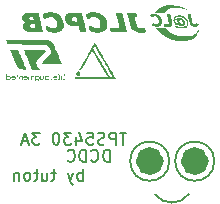
<source format=gbr>
%TF.GenerationSoftware,KiCad,Pcbnew,7.0.9*%
%TF.CreationDate,2024-06-25T19:37:56+09:00*%
%TF.ProjectId,08-REG_mod,30382d52-4547-45f6-9d6f-642e6b696361,rev?*%
%TF.SameCoordinates,Original*%
%TF.FileFunction,Legend,Bot*%
%TF.FilePolarity,Positive*%
%FSLAX46Y46*%
G04 Gerber Fmt 4.6, Leading zero omitted, Abs format (unit mm)*
G04 Created by KiCad (PCBNEW 7.0.9) date 2024-06-25 19:37:56*
%MOMM*%
%LPD*%
G01*
G04 APERTURE LIST*
%ADD10C,1.195097*%
%ADD11C,0.150000*%
%ADD12R,1.600000X1.600000*%
%ADD13C,1.600000*%
%ADD14R,1.700000X1.700000*%
%ADD15O,1.700000X1.700000*%
G04 APERTURE END LIST*
D10*
X116929548Y-70104000D02*
G75*
G03*
X116929548Y-70104000I-597548J0D01*
G01*
D11*
X121801798Y-70104000D02*
G75*
G03*
X121801798Y-70104000I-1659798J0D01*
G01*
X116773617Y-72915402D02*
G75*
G03*
X119634000Y-72898000I1423583J1095002D01*
G01*
D10*
X120739548Y-70104000D02*
G75*
G03*
X120739548Y-70104000I-597548J0D01*
G01*
D11*
X117991798Y-70104000D02*
G75*
G03*
X117991798Y-70104000I-1659798J0D01*
G01*
X114360077Y-67703819D02*
X113788649Y-67703819D01*
X114074363Y-68703819D02*
X114074363Y-67703819D01*
X113455315Y-68703819D02*
X113455315Y-67703819D01*
X113455315Y-67703819D02*
X113074363Y-67703819D01*
X113074363Y-67703819D02*
X112979125Y-67751438D01*
X112979125Y-67751438D02*
X112931506Y-67799057D01*
X112931506Y-67799057D02*
X112883887Y-67894295D01*
X112883887Y-67894295D02*
X112883887Y-68037152D01*
X112883887Y-68037152D02*
X112931506Y-68132390D01*
X112931506Y-68132390D02*
X112979125Y-68180009D01*
X112979125Y-68180009D02*
X113074363Y-68227628D01*
X113074363Y-68227628D02*
X113455315Y-68227628D01*
X112502934Y-68656200D02*
X112360077Y-68703819D01*
X112360077Y-68703819D02*
X112121982Y-68703819D01*
X112121982Y-68703819D02*
X112026744Y-68656200D01*
X112026744Y-68656200D02*
X111979125Y-68608580D01*
X111979125Y-68608580D02*
X111931506Y-68513342D01*
X111931506Y-68513342D02*
X111931506Y-68418104D01*
X111931506Y-68418104D02*
X111979125Y-68322866D01*
X111979125Y-68322866D02*
X112026744Y-68275247D01*
X112026744Y-68275247D02*
X112121982Y-68227628D01*
X112121982Y-68227628D02*
X112312458Y-68180009D01*
X112312458Y-68180009D02*
X112407696Y-68132390D01*
X112407696Y-68132390D02*
X112455315Y-68084771D01*
X112455315Y-68084771D02*
X112502934Y-67989533D01*
X112502934Y-67989533D02*
X112502934Y-67894295D01*
X112502934Y-67894295D02*
X112455315Y-67799057D01*
X112455315Y-67799057D02*
X112407696Y-67751438D01*
X112407696Y-67751438D02*
X112312458Y-67703819D01*
X112312458Y-67703819D02*
X112074363Y-67703819D01*
X112074363Y-67703819D02*
X111931506Y-67751438D01*
X111026744Y-67703819D02*
X111502934Y-67703819D01*
X111502934Y-67703819D02*
X111550553Y-68180009D01*
X111550553Y-68180009D02*
X111502934Y-68132390D01*
X111502934Y-68132390D02*
X111407696Y-68084771D01*
X111407696Y-68084771D02*
X111169601Y-68084771D01*
X111169601Y-68084771D02*
X111074363Y-68132390D01*
X111074363Y-68132390D02*
X111026744Y-68180009D01*
X111026744Y-68180009D02*
X110979125Y-68275247D01*
X110979125Y-68275247D02*
X110979125Y-68513342D01*
X110979125Y-68513342D02*
X111026744Y-68608580D01*
X111026744Y-68608580D02*
X111074363Y-68656200D01*
X111074363Y-68656200D02*
X111169601Y-68703819D01*
X111169601Y-68703819D02*
X111407696Y-68703819D01*
X111407696Y-68703819D02*
X111502934Y-68656200D01*
X111502934Y-68656200D02*
X111550553Y-68608580D01*
X110121982Y-68037152D02*
X110121982Y-68703819D01*
X110360077Y-67656200D02*
X110598172Y-68370485D01*
X110598172Y-68370485D02*
X109979125Y-68370485D01*
X109693410Y-67703819D02*
X109074363Y-67703819D01*
X109074363Y-67703819D02*
X109407696Y-68084771D01*
X109407696Y-68084771D02*
X109264839Y-68084771D01*
X109264839Y-68084771D02*
X109169601Y-68132390D01*
X109169601Y-68132390D02*
X109121982Y-68180009D01*
X109121982Y-68180009D02*
X109074363Y-68275247D01*
X109074363Y-68275247D02*
X109074363Y-68513342D01*
X109074363Y-68513342D02*
X109121982Y-68608580D01*
X109121982Y-68608580D02*
X109169601Y-68656200D01*
X109169601Y-68656200D02*
X109264839Y-68703819D01*
X109264839Y-68703819D02*
X109550553Y-68703819D01*
X109550553Y-68703819D02*
X109645791Y-68656200D01*
X109645791Y-68656200D02*
X109693410Y-68608580D01*
X108455315Y-67703819D02*
X108360077Y-67703819D01*
X108360077Y-67703819D02*
X108264839Y-67751438D01*
X108264839Y-67751438D02*
X108217220Y-67799057D01*
X108217220Y-67799057D02*
X108169601Y-67894295D01*
X108169601Y-67894295D02*
X108121982Y-68084771D01*
X108121982Y-68084771D02*
X108121982Y-68322866D01*
X108121982Y-68322866D02*
X108169601Y-68513342D01*
X108169601Y-68513342D02*
X108217220Y-68608580D01*
X108217220Y-68608580D02*
X108264839Y-68656200D01*
X108264839Y-68656200D02*
X108360077Y-68703819D01*
X108360077Y-68703819D02*
X108455315Y-68703819D01*
X108455315Y-68703819D02*
X108550553Y-68656200D01*
X108550553Y-68656200D02*
X108598172Y-68608580D01*
X108598172Y-68608580D02*
X108645791Y-68513342D01*
X108645791Y-68513342D02*
X108693410Y-68322866D01*
X108693410Y-68322866D02*
X108693410Y-68084771D01*
X108693410Y-68084771D02*
X108645791Y-67894295D01*
X108645791Y-67894295D02*
X108598172Y-67799057D01*
X108598172Y-67799057D02*
X108550553Y-67751438D01*
X108550553Y-67751438D02*
X108455315Y-67703819D01*
X107026743Y-67703819D02*
X106407696Y-67703819D01*
X106407696Y-67703819D02*
X106741029Y-68084771D01*
X106741029Y-68084771D02*
X106598172Y-68084771D01*
X106598172Y-68084771D02*
X106502934Y-68132390D01*
X106502934Y-68132390D02*
X106455315Y-68180009D01*
X106455315Y-68180009D02*
X106407696Y-68275247D01*
X106407696Y-68275247D02*
X106407696Y-68513342D01*
X106407696Y-68513342D02*
X106455315Y-68608580D01*
X106455315Y-68608580D02*
X106502934Y-68656200D01*
X106502934Y-68656200D02*
X106598172Y-68703819D01*
X106598172Y-68703819D02*
X106883886Y-68703819D01*
X106883886Y-68703819D02*
X106979124Y-68656200D01*
X106979124Y-68656200D02*
X107026743Y-68608580D01*
X106026743Y-68418104D02*
X105550553Y-68418104D01*
X106121981Y-68703819D02*
X105788648Y-67703819D01*
X105788648Y-67703819D02*
X105455315Y-68703819D01*
X112947220Y-70141819D02*
X112947220Y-69141819D01*
X112947220Y-69141819D02*
X112709125Y-69141819D01*
X112709125Y-69141819D02*
X112566268Y-69189438D01*
X112566268Y-69189438D02*
X112471030Y-69284676D01*
X112471030Y-69284676D02*
X112423411Y-69379914D01*
X112423411Y-69379914D02*
X112375792Y-69570390D01*
X112375792Y-69570390D02*
X112375792Y-69713247D01*
X112375792Y-69713247D02*
X112423411Y-69903723D01*
X112423411Y-69903723D02*
X112471030Y-69998961D01*
X112471030Y-69998961D02*
X112566268Y-70094200D01*
X112566268Y-70094200D02*
X112709125Y-70141819D01*
X112709125Y-70141819D02*
X112947220Y-70141819D01*
X111375792Y-70046580D02*
X111423411Y-70094200D01*
X111423411Y-70094200D02*
X111566268Y-70141819D01*
X111566268Y-70141819D02*
X111661506Y-70141819D01*
X111661506Y-70141819D02*
X111804363Y-70094200D01*
X111804363Y-70094200D02*
X111899601Y-69998961D01*
X111899601Y-69998961D02*
X111947220Y-69903723D01*
X111947220Y-69903723D02*
X111994839Y-69713247D01*
X111994839Y-69713247D02*
X111994839Y-69570390D01*
X111994839Y-69570390D02*
X111947220Y-69379914D01*
X111947220Y-69379914D02*
X111899601Y-69284676D01*
X111899601Y-69284676D02*
X111804363Y-69189438D01*
X111804363Y-69189438D02*
X111661506Y-69141819D01*
X111661506Y-69141819D02*
X111566268Y-69141819D01*
X111566268Y-69141819D02*
X111423411Y-69189438D01*
X111423411Y-69189438D02*
X111375792Y-69237057D01*
X110947220Y-70141819D02*
X110947220Y-69141819D01*
X110947220Y-69141819D02*
X110709125Y-69141819D01*
X110709125Y-69141819D02*
X110566268Y-69189438D01*
X110566268Y-69189438D02*
X110471030Y-69284676D01*
X110471030Y-69284676D02*
X110423411Y-69379914D01*
X110423411Y-69379914D02*
X110375792Y-69570390D01*
X110375792Y-69570390D02*
X110375792Y-69713247D01*
X110375792Y-69713247D02*
X110423411Y-69903723D01*
X110423411Y-69903723D02*
X110471030Y-69998961D01*
X110471030Y-69998961D02*
X110566268Y-70094200D01*
X110566268Y-70094200D02*
X110709125Y-70141819D01*
X110709125Y-70141819D02*
X110947220Y-70141819D01*
X109375792Y-70046580D02*
X109423411Y-70094200D01*
X109423411Y-70094200D02*
X109566268Y-70141819D01*
X109566268Y-70141819D02*
X109661506Y-70141819D01*
X109661506Y-70141819D02*
X109804363Y-70094200D01*
X109804363Y-70094200D02*
X109899601Y-69998961D01*
X109899601Y-69998961D02*
X109947220Y-69903723D01*
X109947220Y-69903723D02*
X109994839Y-69713247D01*
X109994839Y-69713247D02*
X109994839Y-69570390D01*
X109994839Y-69570390D02*
X109947220Y-69379914D01*
X109947220Y-69379914D02*
X109899601Y-69284676D01*
X109899601Y-69284676D02*
X109804363Y-69189438D01*
X109804363Y-69189438D02*
X109661506Y-69141819D01*
X109661506Y-69141819D02*
X109566268Y-69141819D01*
X109566268Y-69141819D02*
X109423411Y-69189438D01*
X109423411Y-69189438D02*
X109375792Y-69237057D01*
X110661505Y-71751819D02*
X110661505Y-70751819D01*
X110661505Y-71132771D02*
X110566267Y-71085152D01*
X110566267Y-71085152D02*
X110375791Y-71085152D01*
X110375791Y-71085152D02*
X110280553Y-71132771D01*
X110280553Y-71132771D02*
X110232934Y-71180390D01*
X110232934Y-71180390D02*
X110185315Y-71275628D01*
X110185315Y-71275628D02*
X110185315Y-71561342D01*
X110185315Y-71561342D02*
X110232934Y-71656580D01*
X110232934Y-71656580D02*
X110280553Y-71704200D01*
X110280553Y-71704200D02*
X110375791Y-71751819D01*
X110375791Y-71751819D02*
X110566267Y-71751819D01*
X110566267Y-71751819D02*
X110661505Y-71704200D01*
X109851981Y-71085152D02*
X109613886Y-71751819D01*
X109375791Y-71085152D02*
X109613886Y-71751819D01*
X109613886Y-71751819D02*
X109709124Y-71989914D01*
X109709124Y-71989914D02*
X109756743Y-72037533D01*
X109756743Y-72037533D02*
X109851981Y-72085152D01*
X108375790Y-71085152D02*
X107994838Y-71085152D01*
X108232933Y-70751819D02*
X108232933Y-71608961D01*
X108232933Y-71608961D02*
X108185314Y-71704200D01*
X108185314Y-71704200D02*
X108090076Y-71751819D01*
X108090076Y-71751819D02*
X107994838Y-71751819D01*
X107232933Y-71085152D02*
X107232933Y-71751819D01*
X107661504Y-71085152D02*
X107661504Y-71608961D01*
X107661504Y-71608961D02*
X107613885Y-71704200D01*
X107613885Y-71704200D02*
X107518647Y-71751819D01*
X107518647Y-71751819D02*
X107375790Y-71751819D01*
X107375790Y-71751819D02*
X107280552Y-71704200D01*
X107280552Y-71704200D02*
X107232933Y-71656580D01*
X106899599Y-71085152D02*
X106518647Y-71085152D01*
X106756742Y-70751819D02*
X106756742Y-71608961D01*
X106756742Y-71608961D02*
X106709123Y-71704200D01*
X106709123Y-71704200D02*
X106613885Y-71751819D01*
X106613885Y-71751819D02*
X106518647Y-71751819D01*
X106042456Y-71751819D02*
X106137694Y-71704200D01*
X106137694Y-71704200D02*
X106185313Y-71656580D01*
X106185313Y-71656580D02*
X106232932Y-71561342D01*
X106232932Y-71561342D02*
X106232932Y-71275628D01*
X106232932Y-71275628D02*
X106185313Y-71180390D01*
X106185313Y-71180390D02*
X106137694Y-71132771D01*
X106137694Y-71132771D02*
X106042456Y-71085152D01*
X106042456Y-71085152D02*
X105899599Y-71085152D01*
X105899599Y-71085152D02*
X105804361Y-71132771D01*
X105804361Y-71132771D02*
X105756742Y-71180390D01*
X105756742Y-71180390D02*
X105709123Y-71275628D01*
X105709123Y-71275628D02*
X105709123Y-71561342D01*
X105709123Y-71561342D02*
X105756742Y-71656580D01*
X105756742Y-71656580D02*
X105804361Y-71704200D01*
X105804361Y-71704200D02*
X105899599Y-71751819D01*
X105899599Y-71751819D02*
X106042456Y-71751819D01*
X105280551Y-71085152D02*
X105280551Y-71751819D01*
X105280551Y-71180390D02*
X105232932Y-71132771D01*
X105232932Y-71132771D02*
X105137694Y-71085152D01*
X105137694Y-71085152D02*
X104994837Y-71085152D01*
X104994837Y-71085152D02*
X104899599Y-71132771D01*
X104899599Y-71132771D02*
X104851980Y-71228009D01*
X104851980Y-71228009D02*
X104851980Y-71751819D01*
%TO.C,G\u002A\u002A\u002A*%
G36*
X118211023Y-56898088D02*
G01*
X118333251Y-56905425D01*
X118565938Y-56933624D01*
X118791700Y-56983232D01*
X119028278Y-57058607D01*
X119293409Y-57164110D01*
X119411932Y-57216090D01*
X119508450Y-57262187D01*
X119553255Y-57289411D01*
X119545844Y-57297198D01*
X119485715Y-57284988D01*
X119372363Y-57252220D01*
X119228286Y-57210566D01*
X118969799Y-57153958D01*
X118720336Y-57127034D01*
X118455401Y-57126432D01*
X118382854Y-57130424D01*
X118164195Y-57159755D01*
X117986288Y-57216254D01*
X117839377Y-57303869D01*
X117713707Y-57426548D01*
X117607094Y-57554091D01*
X117209115Y-57554091D01*
X117060617Y-57553202D01*
X116940269Y-57549621D01*
X116863551Y-57542606D01*
X116822995Y-57531432D01*
X116811136Y-57515371D01*
X116821933Y-57487146D01*
X116870302Y-57424983D01*
X116947682Y-57346071D01*
X117043242Y-57260010D01*
X117146150Y-57176400D01*
X117245574Y-57104840D01*
X117330682Y-57054929D01*
X117398388Y-57023583D01*
X117580633Y-56955317D01*
X117765066Y-56913740D01*
X117969318Y-56895711D01*
X118211023Y-56898088D01*
G37*
G36*
X119776201Y-57646349D02*
G01*
X119804092Y-57666365D01*
X119826069Y-57709093D01*
X119846581Y-57782979D01*
X119870077Y-57896466D01*
X119901008Y-58058000D01*
X119922765Y-58166311D01*
X119949273Y-58285853D01*
X119972227Y-58376407D01*
X119988307Y-58424057D01*
X119988308Y-58424057D01*
X120047360Y-58482872D01*
X120127563Y-58493634D01*
X120215533Y-58454546D01*
X120294018Y-58396519D01*
X120385418Y-58454390D01*
X120400301Y-58464092D01*
X120454781Y-58505668D01*
X120476818Y-58533258D01*
X120476716Y-58535422D01*
X120450445Y-58579545D01*
X120390248Y-58631911D01*
X120314251Y-58679126D01*
X120240579Y-58707799D01*
X120116772Y-58719196D01*
X119969232Y-58691312D01*
X119841836Y-58622241D01*
X119749214Y-58517645D01*
X119732826Y-58478407D01*
X119704962Y-58388565D01*
X119672333Y-58267153D01*
X119638237Y-58128271D01*
X119605975Y-57986017D01*
X119578845Y-57854489D01*
X119560148Y-57747787D01*
X119553182Y-57680008D01*
X119555231Y-57670048D01*
X119592675Y-57647763D01*
X119681123Y-57640682D01*
X119684879Y-57640677D01*
X119737946Y-57640601D01*
X119776201Y-57646349D01*
G37*
G36*
X117989981Y-57641118D02*
G01*
X118055312Y-57644532D01*
X118081136Y-57650227D01*
X118085265Y-57673379D01*
X118099172Y-57745006D01*
X118121124Y-57855921D01*
X118149289Y-57996877D01*
X118181835Y-58158621D01*
X118209346Y-58299062D01*
X118236142Y-58446107D01*
X118255675Y-58565534D01*
X118266387Y-58647723D01*
X118266722Y-58683054D01*
X118233377Y-58692980D01*
X118154154Y-58701118D01*
X118040920Y-58706617D01*
X117905537Y-58708636D01*
X117560162Y-58708636D01*
X117530835Y-58631500D01*
X117514484Y-58581168D01*
X117513290Y-58527880D01*
X117546812Y-58496447D01*
X117622624Y-58481515D01*
X117748299Y-58477727D01*
X117769315Y-58477694D01*
X117868986Y-58476504D01*
X117939052Y-58473954D01*
X117965453Y-58470511D01*
X117965430Y-58470265D01*
X117959232Y-58438147D01*
X117943628Y-58361248D01*
X117920891Y-58250685D01*
X117893294Y-58117574D01*
X117885788Y-58081500D01*
X117852128Y-57916852D01*
X117831196Y-57799344D01*
X117823956Y-57721027D01*
X117831375Y-57673952D01*
X117854420Y-57650169D01*
X117894056Y-57641729D01*
X117951250Y-57640682D01*
X117989981Y-57641118D01*
G37*
G36*
X116915984Y-57655057D02*
G01*
X117061550Y-57724323D01*
X117190884Y-57824789D01*
X117293695Y-57951951D01*
X117359691Y-58101307D01*
X117363121Y-58114048D01*
X117386623Y-58289377D01*
X117363101Y-58442518D01*
X117295720Y-58567420D01*
X117187646Y-58658036D01*
X117042045Y-58708314D01*
X117028672Y-58710376D01*
X116885743Y-58711404D01*
X116734789Y-58683003D01*
X116607209Y-58630774D01*
X116603606Y-58628633D01*
X116540439Y-58580231D01*
X116528202Y-58532581D01*
X116562680Y-58470511D01*
X116570355Y-58460747D01*
X116611658Y-58426695D01*
X116663022Y-58427737D01*
X116742894Y-58463118D01*
X116839971Y-58499477D01*
X116939996Y-58494444D01*
X117028926Y-58435744D01*
X117047292Y-58415073D01*
X117093770Y-58311594D01*
X117092010Y-58185426D01*
X117041762Y-58044218D01*
X117020141Y-58006848D01*
X116931268Y-57910925D01*
X116822875Y-57855729D01*
X116707809Y-57845853D01*
X116598915Y-57885888D01*
X116588022Y-57892895D01*
X116545503Y-57911396D01*
X116507804Y-57897770D01*
X116453677Y-57846210D01*
X116374312Y-57763370D01*
X116450437Y-57703490D01*
X116484802Y-57679481D01*
X116617319Y-57628134D01*
X116764476Y-57621493D01*
X116915984Y-57655057D01*
G37*
G36*
X117885739Y-59006138D02*
G01*
X118016869Y-59128956D01*
X118159040Y-59236118D01*
X118312045Y-59321715D01*
X118441062Y-59381361D01*
X118599528Y-59443283D01*
X118752647Y-59485971D01*
X118916098Y-59512619D01*
X119105557Y-59526423D01*
X119336705Y-59530580D01*
X119436438Y-59530647D01*
X119577391Y-59529537D01*
X119680095Y-59525326D01*
X119757063Y-59516224D01*
X119820803Y-59500443D01*
X119883825Y-59476197D01*
X119958640Y-59441697D01*
X120148158Y-59335641D01*
X120314981Y-59197763D01*
X120438133Y-59035306D01*
X120467223Y-58988504D01*
X120505841Y-58936548D01*
X120526898Y-58922276D01*
X120527475Y-58923113D01*
X120525220Y-58959557D01*
X120508495Y-59034489D01*
X120480614Y-59132842D01*
X120453767Y-59210012D01*
X120341421Y-59421954D01*
X120182452Y-59600512D01*
X119976610Y-59745879D01*
X119723641Y-59858245D01*
X119423295Y-59937802D01*
X119264895Y-59960046D01*
X118971185Y-59964473D01*
X118659136Y-59928877D01*
X118340298Y-59856159D01*
X118026218Y-59749219D01*
X117728446Y-59610959D01*
X117458531Y-59444280D01*
X117370729Y-59376256D01*
X117237179Y-59256829D01*
X117107461Y-59124992D01*
X116996130Y-58995815D01*
X116917743Y-58884372D01*
X116865600Y-58795227D01*
X117270755Y-58795227D01*
X117675911Y-58795227D01*
X117885739Y-59006138D01*
G37*
G36*
X113797521Y-57525372D02*
G01*
X113906323Y-57528147D01*
X113972610Y-57536067D01*
X114007743Y-57551231D01*
X114023087Y-57575739D01*
X114036486Y-57620839D01*
X114068113Y-57735167D01*
X114106387Y-57880745D01*
X114149210Y-58048855D01*
X114194485Y-58230782D01*
X114240116Y-58417806D01*
X114284005Y-58601212D01*
X114324056Y-58772282D01*
X114358170Y-58922298D01*
X114384252Y-59042544D01*
X114400204Y-59124303D01*
X114403929Y-59158857D01*
X114397593Y-59167167D01*
X114370965Y-59178589D01*
X114318769Y-59187075D01*
X114234575Y-59193007D01*
X114111953Y-59196769D01*
X113944472Y-59198745D01*
X113725703Y-59199318D01*
X113063004Y-59199318D01*
X113028031Y-59043045D01*
X113012108Y-58969591D01*
X113002278Y-58895825D01*
X113012650Y-58846497D01*
X113050730Y-58816691D01*
X113124023Y-58801489D01*
X113240034Y-58795973D01*
X113406266Y-58795227D01*
X113524469Y-58794941D01*
X113641483Y-58793024D01*
X113715801Y-58788249D01*
X113756086Y-58779410D01*
X113771001Y-58765300D01*
X113769208Y-58744716D01*
X113754703Y-58693557D01*
X113726613Y-58587176D01*
X113692319Y-58451785D01*
X113654359Y-58298007D01*
X113615273Y-58136465D01*
X113577600Y-57977783D01*
X113543879Y-57832583D01*
X113516649Y-57711491D01*
X113498449Y-57625128D01*
X113491818Y-57584119D01*
X113494302Y-57560457D01*
X113510236Y-57541258D01*
X113550738Y-57530669D01*
X113626858Y-57526167D01*
X113749646Y-57525227D01*
X113797521Y-57525372D01*
G37*
G36*
X114834476Y-57531544D02*
G01*
X115205517Y-57539659D01*
X115242884Y-57683977D01*
X115261792Y-57759098D01*
X115276422Y-57838128D01*
X115269931Y-57880393D01*
X115239007Y-57897349D01*
X115180341Y-57900455D01*
X115159964Y-57900547D01*
X115117485Y-57904453D01*
X115092373Y-57920599D01*
X115084009Y-57957727D01*
X115091769Y-58024575D01*
X115115032Y-58129882D01*
X115153177Y-58282387D01*
X115196291Y-58443639D01*
X115238454Y-58575404D01*
X115279284Y-58668760D01*
X115323098Y-58733406D01*
X115374212Y-58779043D01*
X115376144Y-58780364D01*
X115456244Y-58810005D01*
X115567505Y-58822730D01*
X115686449Y-58817691D01*
X115789597Y-58794041D01*
X115849695Y-58780332D01*
X115899044Y-58799321D01*
X115936820Y-58861451D01*
X115970310Y-58973975D01*
X115978712Y-59009194D01*
X115996953Y-59097832D01*
X115997631Y-59149320D01*
X115978674Y-59178051D01*
X115938011Y-59198419D01*
X115864915Y-59214391D01*
X115749994Y-59223446D01*
X115611864Y-59225241D01*
X115467765Y-59219999D01*
X115334938Y-59207944D01*
X115230625Y-59189296D01*
X115050366Y-59120038D01*
X114895313Y-59007708D01*
X114783002Y-58858972D01*
X114759215Y-58804403D01*
X114723930Y-58703635D01*
X114682719Y-58571686D01*
X114638089Y-58418162D01*
X114592547Y-58252669D01*
X114548598Y-58084816D01*
X114508750Y-57924208D01*
X114475510Y-57780452D01*
X114451384Y-57663154D01*
X114438879Y-57581922D01*
X114440501Y-57546362D01*
X114442316Y-57545116D01*
X114485427Y-57537411D01*
X114572939Y-57532287D01*
X114693179Y-57530186D01*
X114834476Y-57531544D01*
G37*
G36*
X111736685Y-57516082D02*
G01*
X111912254Y-57539334D01*
X112053039Y-57578063D01*
X112276293Y-57694244D01*
X112460037Y-57850528D01*
X112600310Y-58044255D01*
X112695521Y-58273705D01*
X112728695Y-58424283D01*
X112736334Y-58629300D01*
X112698255Y-58813275D01*
X112616853Y-58970212D01*
X112494525Y-59094118D01*
X112333665Y-59179000D01*
X112216477Y-59207717D01*
X112041217Y-59224476D01*
X111847864Y-59221949D01*
X111656148Y-59200561D01*
X111485795Y-59160737D01*
X111283750Y-59096201D01*
X111228792Y-58886661D01*
X111215587Y-58834696D01*
X111195249Y-58736080D01*
X111193000Y-58675994D01*
X111207865Y-58643090D01*
X111246062Y-58624083D01*
X111301020Y-58645983D01*
X111339768Y-58669535D01*
X111556180Y-58774973D01*
X111756612Y-58825813D01*
X111942358Y-58822412D01*
X111944742Y-58822003D01*
X112043363Y-58793873D01*
X112106207Y-58743190D01*
X112141636Y-58658563D01*
X112158010Y-58528599D01*
X112151436Y-58376302D01*
X112100783Y-58207248D01*
X112007201Y-58067344D01*
X111875049Y-57965262D01*
X111758334Y-57919514D01*
X111585833Y-57900348D01*
X111412945Y-57930877D01*
X111254497Y-58010032D01*
X111199757Y-58046257D01*
X111127191Y-58086749D01*
X111081667Y-58102500D01*
X111080466Y-58102438D01*
X111050664Y-58074293D01*
X111016584Y-58005447D01*
X110983665Y-57911336D01*
X110957343Y-57807393D01*
X110943057Y-57709055D01*
X110942437Y-57682890D01*
X110955129Y-57642053D01*
X110997289Y-57609179D01*
X111081705Y-57571587D01*
X111188808Y-57540443D01*
X111356208Y-57516512D01*
X111545085Y-57508433D01*
X111736685Y-57516082D01*
G37*
G36*
X110768934Y-58282707D02*
G01*
X110830506Y-58526793D01*
X110879672Y-58725577D01*
X110917261Y-58882513D01*
X110944100Y-59001055D01*
X110961017Y-59084655D01*
X110968838Y-59136767D01*
X110968393Y-59160845D01*
X110954057Y-59177419D01*
X110910447Y-59190443D01*
X110829285Y-59195313D01*
X110700626Y-59193233D01*
X110448489Y-59184886D01*
X110413230Y-59055000D01*
X110406882Y-59031534D01*
X110375259Y-58913033D01*
X110346282Y-58802443D01*
X110314593Y-58679773D01*
X110106444Y-58679430D01*
X109935114Y-58669951D01*
X109710511Y-58626475D01*
X109514516Y-58550995D01*
X109353712Y-58447080D01*
X109234682Y-58318302D01*
X109164008Y-58168232D01*
X109148708Y-58104151D01*
X109146079Y-58060068D01*
X109719845Y-58060068D01*
X109749883Y-58143598D01*
X109796183Y-58199546D01*
X109855826Y-58247260D01*
X109880306Y-58257545D01*
X109960961Y-58279296D01*
X110057872Y-58295592D01*
X110065482Y-58296486D01*
X110142198Y-58302230D01*
X110186018Y-58291022D01*
X110201232Y-58253212D01*
X110192132Y-58179156D01*
X110163008Y-58059205D01*
X110152938Y-58021774D01*
X110127105Y-57951895D01*
X110094588Y-57918157D01*
X110043552Y-57905313D01*
X110036751Y-57904557D01*
X109905583Y-57905594D01*
X109804504Y-57935541D01*
X109740321Y-57988874D01*
X109719845Y-58060068D01*
X109146079Y-58060068D01*
X109139501Y-57949768D01*
X109179511Y-57815521D01*
X109271182Y-57690515D01*
X109274115Y-57687469D01*
X109342030Y-57631305D01*
X109427504Y-57588899D01*
X109538510Y-57558670D01*
X109683023Y-57539036D01*
X109869017Y-57528416D01*
X110104467Y-57525227D01*
X110574366Y-57525227D01*
X110602330Y-57633466D01*
X110605262Y-57644815D01*
X110694128Y-57989865D01*
X110761400Y-58253212D01*
X110768934Y-58282707D01*
G37*
G36*
X108128734Y-57514272D02*
G01*
X108217479Y-57521860D01*
X108289624Y-57537341D01*
X108360760Y-57563325D01*
X108446475Y-57602420D01*
X108595440Y-57685821D01*
X108784095Y-57840824D01*
X108928267Y-58027417D01*
X109024325Y-58240510D01*
X109068640Y-58475011D01*
X109071075Y-58566195D01*
X109064025Y-58693302D01*
X109047033Y-58795227D01*
X109020834Y-58865035D01*
X108933701Y-58994623D01*
X108810746Y-59104310D01*
X108666397Y-59179529D01*
X108544493Y-59208804D01*
X108370449Y-59224595D01*
X108179012Y-59221695D01*
X107989939Y-59200524D01*
X107822987Y-59161506D01*
X107623814Y-59097739D01*
X107571444Y-58910404D01*
X107545555Y-58813973D01*
X107525936Y-58733216D01*
X107518060Y-58690077D01*
X107526268Y-58659188D01*
X107572175Y-58645038D01*
X107659677Y-58667137D01*
X107790281Y-58725680D01*
X107851339Y-58755409D01*
X107958237Y-58798118D01*
X108056068Y-58818736D01*
X108171264Y-58824091D01*
X108237018Y-58823189D01*
X108321669Y-58814839D01*
X108378756Y-58793300D01*
X108427562Y-58753244D01*
X108448599Y-58728097D01*
X108491854Y-58623991D01*
X108502015Y-58491064D01*
X108479183Y-58343214D01*
X108423460Y-58194340D01*
X108346989Y-58072698D01*
X108231044Y-57969696D01*
X108086073Y-57914918D01*
X107907210Y-57905644D01*
X107887792Y-57906972D01*
X107772833Y-57922082D01*
X107683845Y-57953351D01*
X107593161Y-58009968D01*
X107529141Y-58054063D01*
X107452469Y-58093201D01*
X107400893Y-58088826D01*
X107363362Y-58037906D01*
X107328829Y-57937406D01*
X107313586Y-57884348D01*
X107284485Y-57769147D01*
X107277295Y-57692358D01*
X107294900Y-57641882D01*
X107340182Y-57605624D01*
X107416023Y-57571485D01*
X107443552Y-57560941D01*
X107524219Y-57537417D01*
X107618525Y-57522612D01*
X107741132Y-57514751D01*
X107906705Y-57512059D01*
X108007803Y-57511968D01*
X108128734Y-57514272D01*
G37*
G36*
X107113216Y-58336276D02*
G01*
X107121348Y-58368143D01*
X107172416Y-58572041D01*
X107217273Y-58757539D01*
X107232682Y-58824091D01*
X107254228Y-58917150D01*
X107281588Y-59043389D01*
X107297660Y-59128768D01*
X107300751Y-59165803D01*
X107300511Y-59166394D01*
X107283940Y-59179603D01*
X107242934Y-59188952D01*
X107170843Y-59194752D01*
X107061018Y-59197317D01*
X106906810Y-59196960D01*
X106701570Y-59193994D01*
X106686676Y-59193726D01*
X106488838Y-59189668D01*
X106338544Y-59184945D01*
X106226241Y-59178542D01*
X106142376Y-59169442D01*
X106077394Y-59156632D01*
X106021742Y-59139096D01*
X105965866Y-59115819D01*
X105854152Y-59053968D01*
X105732456Y-58950376D01*
X105645420Y-58831059D01*
X105596146Y-58704872D01*
X105591603Y-58637779D01*
X106174886Y-58637779D01*
X106178171Y-58677419D01*
X106206363Y-58729069D01*
X106275909Y-58773535D01*
X106300271Y-58784181D01*
X106409326Y-58812919D01*
X106530759Y-58824046D01*
X106684587Y-58824091D01*
X106664184Y-58730284D01*
X106648283Y-58660334D01*
X106621934Y-58575631D01*
X106588431Y-58529882D01*
X106537039Y-58511642D01*
X106457021Y-58509468D01*
X106423330Y-58510373D01*
X106300989Y-58520005D01*
X106224867Y-58541691D01*
X106185865Y-58579570D01*
X106174886Y-58637779D01*
X105591603Y-58637779D01*
X105587736Y-58580673D01*
X105623293Y-58467317D01*
X105705917Y-58373660D01*
X105774364Y-58322029D01*
X105649910Y-58202781D01*
X105608492Y-58161891D01*
X105555212Y-58097346D01*
X105531107Y-58037132D01*
X105528655Y-58003828D01*
X106102727Y-58003828D01*
X106113421Y-58049541D01*
X106161281Y-58102942D01*
X106178917Y-58110977D01*
X106249136Y-58131513D01*
X106334967Y-58147004D01*
X106418462Y-58155389D01*
X106481675Y-58154608D01*
X106506657Y-58142600D01*
X106506192Y-58136659D01*
X106495916Y-58084827D01*
X106476437Y-58008693D01*
X106473125Y-57996926D01*
X106448259Y-57932315D01*
X106410701Y-57905790D01*
X106339496Y-57900849D01*
X106273221Y-57902674D01*
X106173566Y-57917610D01*
X106119203Y-57950255D01*
X106102727Y-58003828D01*
X105528655Y-58003828D01*
X105525455Y-57960367D01*
X105525600Y-57947667D01*
X105552892Y-57804754D01*
X105628870Y-57691329D01*
X105755733Y-57603989D01*
X105777582Y-57593563D01*
X105830216Y-57572640D01*
X105889602Y-57557418D01*
X105965938Y-57546725D01*
X106069416Y-57539390D01*
X106210231Y-57534241D01*
X106398580Y-57530106D01*
X106547018Y-57527873D01*
X106692468Y-57526887D01*
X106807712Y-57527443D01*
X106883582Y-57529489D01*
X106910909Y-57532972D01*
X106911113Y-57534327D01*
X106920235Y-57573150D01*
X106941594Y-57659487D01*
X106973382Y-57786154D01*
X107013788Y-57945964D01*
X107061002Y-58131733D01*
X107063776Y-58142600D01*
X107113216Y-58336276D01*
G37*
G36*
X119349429Y-58480029D02*
G01*
X119303367Y-58569261D01*
X119298057Y-58574712D01*
X119223142Y-58612830D01*
X119126398Y-58619716D01*
X119033491Y-58593104D01*
X118999860Y-58579863D01*
X118961526Y-58593104D01*
X118946743Y-58607341D01*
X118883270Y-58621809D01*
X118791823Y-58612979D01*
X118687924Y-58584566D01*
X118587095Y-58540282D01*
X118504860Y-58483842D01*
X118474789Y-58452106D01*
X118408804Y-58351003D01*
X118359981Y-58234966D01*
X118340909Y-58131080D01*
X118357168Y-58026603D01*
X118420367Y-57907791D01*
X118521795Y-57822141D01*
X118604931Y-57791272D01*
X118745359Y-57770592D01*
X118901686Y-57772080D01*
X119052891Y-57795185D01*
X119177955Y-57839356D01*
X119304383Y-57916527D01*
X119453794Y-58055686D01*
X119552190Y-58221668D01*
X119599781Y-58414758D01*
X119602232Y-58448534D01*
X119581866Y-58591335D01*
X119511444Y-58708534D01*
X119393910Y-58796626D01*
X119232211Y-58852105D01*
X119173510Y-58860784D01*
X119053280Y-58867652D01*
X118932614Y-58864369D01*
X118879616Y-58858204D01*
X118756813Y-58831339D01*
X118640427Y-58791053D01*
X118540421Y-58742642D01*
X118466756Y-58691402D01*
X118429397Y-58642629D01*
X118438306Y-58601619D01*
X118467691Y-58603440D01*
X118534127Y-58626954D01*
X118621763Y-58667427D01*
X118686329Y-58698367D01*
X118778701Y-58731399D01*
X118875925Y-58746760D01*
X119004267Y-58750130D01*
X119177635Y-58739000D01*
X119311330Y-58703255D01*
X119400820Y-58639384D01*
X119450957Y-58543850D01*
X119466591Y-58413117D01*
X119453054Y-58312144D01*
X119393598Y-58170958D01*
X119296971Y-58046546D01*
X119174318Y-57956327D01*
X119169203Y-57953750D01*
X119031906Y-57903614D01*
X118883821Y-57878843D01*
X118744926Y-57881078D01*
X118635193Y-57911966D01*
X118605999Y-57928095D01*
X118510644Y-58007538D01*
X118469716Y-58102509D01*
X118481407Y-58216586D01*
X118485371Y-58228409D01*
X118524369Y-58302741D01*
X118582192Y-58378998D01*
X118646564Y-58444412D01*
X118705209Y-58486213D01*
X118745851Y-58491633D01*
X118749436Y-58464257D01*
X118732753Y-58398497D01*
X118698277Y-58310600D01*
X118686021Y-58283290D01*
X118658643Y-58222049D01*
X118849860Y-58222049D01*
X118876425Y-58319562D01*
X118947691Y-58420691D01*
X118964161Y-58437479D01*
X119044694Y-58495513D01*
X119112949Y-58507873D01*
X119160259Y-58475382D01*
X119177955Y-58398860D01*
X119177615Y-58386175D01*
X119156131Y-58294297D01*
X119108627Y-58212186D01*
X119045503Y-58148199D01*
X118977160Y-58110693D01*
X118913998Y-58108023D01*
X118866417Y-58148547D01*
X118849860Y-58222049D01*
X118658643Y-58222049D01*
X118632168Y-58162827D01*
X118600583Y-58084747D01*
X118591158Y-58039900D01*
X118603787Y-58019135D01*
X118638360Y-58013302D01*
X118694771Y-58013251D01*
X118705778Y-58013201D01*
X118824197Y-58011581D01*
X118939585Y-58008570D01*
X119050748Y-58025608D01*
X119157619Y-58081532D01*
X119247942Y-58165755D01*
X119314698Y-58267457D01*
X119350866Y-58375822D01*
X119350548Y-58398860D01*
X119349429Y-58480029D01*
G37*
G36*
X108909877Y-62734823D02*
G01*
X108919898Y-62769315D01*
X108914540Y-62797278D01*
X108892714Y-62807371D01*
X108882680Y-62801967D01*
X108865531Y-62769315D01*
X108867461Y-62757968D01*
X108892714Y-62731258D01*
X108909877Y-62734823D01*
G37*
G36*
X108058875Y-63127433D02*
G01*
X108072026Y-63171126D01*
X108057283Y-63211495D01*
X108024133Y-63225701D01*
X107978458Y-63218981D01*
X107948519Y-63191687D01*
X107945833Y-63181335D01*
X107956800Y-63139502D01*
X107991745Y-63110084D01*
X108035300Y-63107914D01*
X108058875Y-63127433D01*
G37*
G36*
X108901884Y-62860225D02*
G01*
X108926880Y-62867617D01*
X108954119Y-62889162D01*
X108958126Y-62911343D01*
X108932583Y-62921541D01*
X108929828Y-62921632D01*
X108910517Y-62933083D01*
X108900814Y-62969946D01*
X108898151Y-63041147D01*
X108900971Y-63112336D01*
X108911099Y-63150015D01*
X108930771Y-63160753D01*
X108945983Y-63164542D01*
X108963391Y-63193373D01*
X108961812Y-63202751D01*
X108936889Y-63220606D01*
X108876404Y-63225993D01*
X108837249Y-63223292D01*
X108797299Y-63209851D01*
X108790545Y-63189849D01*
X108822038Y-63168617D01*
X108826804Y-63166273D01*
X108843333Y-63142404D01*
X108852091Y-63091194D01*
X108854658Y-63004688D01*
X108854716Y-62975342D01*
X108856505Y-62908074D01*
X108863004Y-62872458D01*
X108877151Y-62859504D01*
X108901884Y-62860225D01*
G37*
G36*
X107359663Y-62858442D02*
G01*
X107371954Y-62888873D01*
X107377274Y-62945630D01*
X107376167Y-63016236D01*
X107369178Y-63088218D01*
X107356851Y-63149101D01*
X107339731Y-63186411D01*
X107313989Y-63206941D01*
X107265349Y-63220405D01*
X107187505Y-63221510D01*
X107071439Y-63216653D01*
X107071439Y-63036477D01*
X107071552Y-63016239D01*
X107074990Y-62932649D01*
X107082519Y-62876704D01*
X107093185Y-62856301D01*
X107099491Y-62860460D01*
X107110553Y-62894877D01*
X107114932Y-62952745D01*
X107123942Y-63057454D01*
X107153881Y-63134008D01*
X107204759Y-63172528D01*
X107251199Y-63173822D01*
X107294458Y-63139907D01*
X107322450Y-63071689D01*
X107332398Y-62973498D01*
X107334232Y-62926513D01*
X107342130Y-62875941D01*
X107354144Y-62856301D01*
X107359663Y-62858442D01*
G37*
G36*
X105570925Y-62865759D02*
G01*
X105570925Y-63045876D01*
X105570812Y-63066068D01*
X105567375Y-63149649D01*
X105559846Y-63205590D01*
X105549178Y-63225993D01*
X105540229Y-63215331D01*
X105531007Y-63171887D01*
X105527432Y-63106387D01*
X105525191Y-63046429D01*
X105512064Y-62985194D01*
X105483939Y-62943287D01*
X105443730Y-62909037D01*
X105408861Y-62903917D01*
X105364651Y-62929492D01*
X105344184Y-62952171D01*
X105325240Y-63005417D01*
X105314388Y-63092591D01*
X105314070Y-63096894D01*
X105304105Y-63178968D01*
X105291674Y-63218334D01*
X105279466Y-63215437D01*
X105270169Y-63170723D01*
X105266473Y-63084640D01*
X105267947Y-63029446D01*
X105282233Y-62943522D01*
X105315936Y-62890735D01*
X105374205Y-62865199D01*
X105462194Y-62861028D01*
X105570925Y-62865759D01*
G37*
G36*
X109162246Y-62752967D02*
G01*
X109180856Y-62769315D01*
X109177176Y-62779319D01*
X109148237Y-62791061D01*
X109132162Y-62798649D01*
X109122079Y-62826934D01*
X109117009Y-62883494D01*
X109115617Y-62975907D01*
X109116956Y-63066996D01*
X109121947Y-63124135D01*
X109131928Y-63152861D01*
X109148237Y-63160753D01*
X109163449Y-63164542D01*
X109180856Y-63193373D01*
X109180792Y-63195416D01*
X109161811Y-63218666D01*
X109106027Y-63225993D01*
X109064943Y-63222551D01*
X109024805Y-63208346D01*
X109013499Y-63188563D01*
X109038125Y-63169146D01*
X109040704Y-63168033D01*
X109056298Y-63151578D01*
X109065911Y-63115309D01*
X109070776Y-63051351D01*
X109072124Y-62951834D01*
X109072134Y-62920619D01*
X109072937Y-62836472D01*
X109076594Y-62785287D01*
X109085284Y-62758870D01*
X109101190Y-62749028D01*
X109126490Y-62747568D01*
X109162246Y-62752967D01*
G37*
G36*
X105128549Y-62761066D02*
G01*
X105135993Y-62801934D01*
X105142475Y-62837357D01*
X105167330Y-62856301D01*
X105171021Y-62856379D01*
X105206140Y-62869646D01*
X105211017Y-62894468D01*
X105181675Y-62914667D01*
X105181286Y-62914770D01*
X105157135Y-62925763D01*
X105143463Y-62949532D01*
X105137379Y-62996303D01*
X105135993Y-63076303D01*
X105133175Y-63152223D01*
X105125450Y-63205910D01*
X105114247Y-63225993D01*
X105114226Y-63225993D01*
X105103075Y-63205813D01*
X105095374Y-63151855D01*
X105092500Y-63073767D01*
X105092488Y-63061650D01*
X105090948Y-62986402D01*
X105084959Y-62944168D01*
X105071864Y-62925648D01*
X105049007Y-62921541D01*
X105023644Y-62915486D01*
X105005514Y-62888921D01*
X105013587Y-62869898D01*
X105049007Y-62856301D01*
X105082307Y-62844567D01*
X105092500Y-62801934D01*
X105097899Y-62766178D01*
X105114247Y-62747568D01*
X105128549Y-62761066D01*
G37*
G36*
X108627264Y-62744575D02*
G01*
X108663706Y-62778471D01*
X108718742Y-62842951D01*
X108737187Y-62871257D01*
X108744300Y-62906950D01*
X108724178Y-62921541D01*
X108715229Y-62932203D01*
X108706007Y-62975646D01*
X108702432Y-63041147D01*
X108704370Y-63090370D01*
X108712269Y-63141091D01*
X108724178Y-63160753D01*
X108734182Y-63164433D01*
X108745925Y-63193373D01*
X108745787Y-63196344D01*
X108726106Y-63218919D01*
X108669812Y-63225993D01*
X108662880Y-63225934D01*
X108610204Y-63217499D01*
X108593699Y-63193373D01*
X108596152Y-63178367D01*
X108615446Y-63160753D01*
X108624395Y-63150091D01*
X108633617Y-63106647D01*
X108637192Y-63041147D01*
X108635254Y-62991924D01*
X108627355Y-62941203D01*
X108615446Y-62921541D01*
X108612695Y-62921379D01*
X108595312Y-62903894D01*
X108598572Y-62872509D01*
X108620882Y-62848606D01*
X108631932Y-62832412D01*
X108605741Y-62803219D01*
X108578834Y-62772449D01*
X108587256Y-62745312D01*
X108602838Y-62736378D01*
X108627264Y-62744575D01*
G37*
G36*
X106349578Y-60685623D02*
G01*
X106575876Y-60686833D01*
X107450347Y-60692517D01*
X107483795Y-60754023D01*
X107517243Y-60815530D01*
X107174847Y-61145462D01*
X107069774Y-61247690D01*
X106962495Y-61356175D01*
X106881503Y-61445445D01*
X106823251Y-61520847D01*
X106784190Y-61587729D01*
X106760771Y-61651437D01*
X106749448Y-61717318D01*
X106746672Y-61790719D01*
X106755546Y-61898705D01*
X106801576Y-62047891D01*
X106887115Y-62179114D01*
X107012453Y-62292921D01*
X107101213Y-62357218D01*
X106735763Y-62351237D01*
X106370313Y-62345256D01*
X106036582Y-61540633D01*
X106012031Y-61481373D01*
X105940654Y-61308264D01*
X105875338Y-61148662D01*
X105817869Y-61007006D01*
X105770030Y-60887732D01*
X105733604Y-60795278D01*
X105710375Y-60734081D01*
X105702128Y-60708580D01*
X105703294Y-60705624D01*
X105718460Y-60699136D01*
X105753794Y-60693996D01*
X105812627Y-60690121D01*
X105898291Y-60687430D01*
X106014117Y-60685838D01*
X106163435Y-60685263D01*
X106349578Y-60685623D01*
G37*
G36*
X108525331Y-63023896D02*
G01*
X108521181Y-63101024D01*
X108475081Y-63172615D01*
X108453962Y-63190696D01*
X108378378Y-63222948D01*
X108297834Y-63219635D01*
X108226670Y-63180313D01*
X108196546Y-63147291D01*
X108191140Y-63124698D01*
X108218788Y-63125010D01*
X108276196Y-63150228D01*
X108287694Y-63156373D01*
X108333906Y-63176897D01*
X108366830Y-63175691D01*
X108406806Y-63153221D01*
X108429812Y-63137129D01*
X108458065Y-63107306D01*
X108448440Y-63087739D01*
X108399208Y-63077026D01*
X108308636Y-63073767D01*
X108154052Y-63073767D01*
X108168654Y-63013964D01*
X108180029Y-62982048D01*
X108236029Y-62982048D01*
X108242337Y-62998435D01*
X108275710Y-63006423D01*
X108344296Y-63008527D01*
X108420131Y-63003470D01*
X108457606Y-62989305D01*
X108454897Y-62967634D01*
X108410457Y-62940061D01*
X108392636Y-62933387D01*
X108328746Y-62926938D01*
X108271463Y-62942232D01*
X108237962Y-62975719D01*
X108236029Y-62982048D01*
X108180029Y-62982048D01*
X108184822Y-62968601D01*
X108240609Y-62901350D01*
X108326508Y-62865159D01*
X108370424Y-62860707D01*
X108413059Y-62874941D01*
X108462348Y-62917324D01*
X108487778Y-62946223D01*
X108508607Y-62989305D01*
X108525331Y-63023896D01*
G37*
G36*
X107844375Y-63082213D02*
G01*
X107798016Y-63159084D01*
X107774961Y-63184281D01*
X107724481Y-63217376D01*
X107657947Y-63225993D01*
X107643377Y-63225637D01*
X107588888Y-63217479D01*
X107559302Y-63201924D01*
X107547829Y-63190248D01*
X107527830Y-63204710D01*
X107521574Y-63213736D01*
X107498035Y-63225371D01*
X107479454Y-63198089D01*
X107467259Y-63135483D01*
X107464421Y-63074382D01*
X107531501Y-63074382D01*
X107571610Y-63139006D01*
X107611255Y-63167740D01*
X107658596Y-63182500D01*
X107679664Y-63180069D01*
X107734354Y-63149672D01*
X107773215Y-63095667D01*
X107788493Y-63032277D01*
X107772433Y-62973726D01*
X107734213Y-62936345D01*
X107671320Y-62913588D01*
X107609666Y-62924031D01*
X107571861Y-62949787D01*
X107532106Y-63008367D01*
X107531501Y-63074382D01*
X107464421Y-63074382D01*
X107462877Y-63041147D01*
X107463147Y-63015913D01*
X107469488Y-62929917D01*
X107483069Y-62874841D01*
X107502324Y-62854851D01*
X107525685Y-62874113D01*
X107536784Y-62884285D01*
X107572184Y-62877233D01*
X107640564Y-62856110D01*
X107718236Y-62870572D01*
X107790748Y-62919868D01*
X107808637Y-62939196D01*
X107847952Y-63010126D01*
X107846853Y-63032277D01*
X107844375Y-63082213D01*
G37*
G36*
X106006061Y-63025546D02*
G01*
X105996884Y-63102381D01*
X105952479Y-63172615D01*
X105920452Y-63198513D01*
X105841821Y-63226338D01*
X105759457Y-63216031D01*
X105684724Y-63167796D01*
X105672996Y-63155470D01*
X105647876Y-63117526D01*
X105655166Y-63101168D01*
X105689355Y-63108712D01*
X105744938Y-63142474D01*
X105749692Y-63145977D01*
X105795100Y-63174966D01*
X105828467Y-63178789D01*
X105869319Y-63160236D01*
X105899602Y-63141872D01*
X105933967Y-63110875D01*
X105927676Y-63089726D01*
X105879999Y-63077623D01*
X105790203Y-63073767D01*
X105752764Y-63073674D01*
X105687647Y-63071632D01*
X105652777Y-63064492D01*
X105638751Y-63049116D01*
X105636165Y-63022366D01*
X105643733Y-62989443D01*
X105701404Y-62989443D01*
X105712061Y-62997295D01*
X105755505Y-63005389D01*
X105821011Y-63008527D01*
X105870222Y-63006827D01*
X105920951Y-62999895D01*
X105940617Y-62989443D01*
X105922487Y-62955788D01*
X105877127Y-62927710D01*
X105821011Y-62916104D01*
X105766124Y-62927220D01*
X105720332Y-62955034D01*
X105701404Y-62989443D01*
X105643733Y-62989443D01*
X105646742Y-62976356D01*
X105689529Y-62917248D01*
X105753251Y-62873435D01*
X105824965Y-62856301D01*
X105864579Y-62860497D01*
X105935674Y-62894098D01*
X105984246Y-62952616D01*
X105995262Y-62989443D01*
X106006061Y-63025546D01*
G37*
G36*
X104560642Y-63082213D02*
G01*
X104514283Y-63159084D01*
X104507739Y-63166477D01*
X104439395Y-63213951D01*
X104361644Y-63227761D01*
X104288451Y-63205061D01*
X104269953Y-63196875D01*
X104241953Y-63208180D01*
X104234233Y-63216217D01*
X104203322Y-63216622D01*
X104199005Y-63211536D01*
X104188257Y-63168802D01*
X104181494Y-63088402D01*
X104181229Y-63075592D01*
X104249618Y-63075592D01*
X104287877Y-63139006D01*
X104327522Y-63167740D01*
X104374863Y-63182500D01*
X104414509Y-63171588D01*
X104461850Y-63139006D01*
X104475023Y-63124282D01*
X104503808Y-63062826D01*
X104500351Y-63002752D01*
X104471554Y-62952471D01*
X104424322Y-62920392D01*
X104365558Y-62914927D01*
X104302167Y-62944485D01*
X104296387Y-62949212D01*
X104252669Y-63009419D01*
X104249618Y-63075592D01*
X104181229Y-63075592D01*
X104179144Y-62974624D01*
X104179389Y-62916200D01*
X104181655Y-62831869D01*
X104187133Y-62780344D01*
X104196832Y-62754589D01*
X104211764Y-62747568D01*
X104215269Y-62747761D01*
X104237455Y-62767849D01*
X104244384Y-62824446D01*
X104246754Y-62873243D01*
X104258521Y-62889114D01*
X104286447Y-62878813D01*
X104348685Y-62858101D01*
X104430435Y-62868074D01*
X104507016Y-62919868D01*
X104524904Y-62939196D01*
X104564219Y-63010126D01*
X104561604Y-63062826D01*
X104560642Y-63082213D01*
G37*
G36*
X104983767Y-63030030D02*
G01*
X104980337Y-63061496D01*
X104950054Y-63137678D01*
X104898666Y-63198118D01*
X104880777Y-63209473D01*
X104808826Y-63226160D01*
X104730720Y-63211575D01*
X104662635Y-63167796D01*
X104654547Y-63159428D01*
X104626751Y-63119669D01*
X104631979Y-63101311D01*
X104664665Y-63107107D01*
X104719243Y-63139809D01*
X104722784Y-63142378D01*
X104791642Y-63172741D01*
X104852107Y-63163581D01*
X104897569Y-63115787D01*
X104902092Y-63106901D01*
X104905852Y-63088580D01*
X104889880Y-63078651D01*
X104846258Y-63074563D01*
X104767067Y-63073767D01*
X104723480Y-63073656D01*
X104661428Y-63071471D01*
X104628816Y-63063817D01*
X104616184Y-63047271D01*
X104614076Y-63018412D01*
X104619345Y-62987282D01*
X104679315Y-62987282D01*
X104689755Y-62995961D01*
X104732951Y-63005015D01*
X104798239Y-63008527D01*
X104827801Y-63008305D01*
X104882282Y-63004579D01*
X104904877Y-62994134D01*
X104904006Y-62974241D01*
X104896537Y-62959698D01*
X104851762Y-62923868D01*
X104790711Y-62913349D01*
X104730747Y-62932337D01*
X104695696Y-62961036D01*
X104679315Y-62987282D01*
X104619345Y-62987282D01*
X104620174Y-62982382D01*
X104657768Y-62920500D01*
X104718352Y-62874392D01*
X104788733Y-62856301D01*
X104791347Y-62856336D01*
X104855294Y-62874417D01*
X104917674Y-62917404D01*
X104964996Y-62973281D01*
X104971894Y-62994134D01*
X104983767Y-63030030D01*
G37*
G36*
X104947102Y-60681507D02*
G01*
X105046152Y-60685089D01*
X105129958Y-60690872D01*
X105189625Y-60698802D01*
X105216260Y-60708827D01*
X105217810Y-60711424D01*
X105235677Y-60748454D01*
X105266547Y-60818268D01*
X105308292Y-60915660D01*
X105358783Y-61035421D01*
X105415893Y-61172344D01*
X105477493Y-61321221D01*
X105541454Y-61476845D01*
X105605650Y-61634009D01*
X105667951Y-61787504D01*
X105726230Y-61932123D01*
X105778358Y-62062659D01*
X105822207Y-62173905D01*
X105855649Y-62260651D01*
X105876556Y-62317692D01*
X105882800Y-62339820D01*
X105879052Y-62342360D01*
X105842561Y-62349385D01*
X105776954Y-62354288D01*
X105693122Y-62356130D01*
X105653102Y-62355702D01*
X105508246Y-62343660D01*
X105390342Y-62311994D01*
X105288064Y-62256588D01*
X105190085Y-62173324D01*
X105176132Y-62159367D01*
X105146611Y-62127807D01*
X105119618Y-62093999D01*
X105092786Y-62053191D01*
X105063747Y-62000626D01*
X105030134Y-61931553D01*
X104989582Y-61841215D01*
X104939723Y-61724861D01*
X104878189Y-61577734D01*
X104802615Y-61395083D01*
X104757682Y-61285923D01*
X104695335Y-61133370D01*
X104639958Y-60996580D01*
X104593499Y-60880432D01*
X104557902Y-60789805D01*
X104535117Y-60729578D01*
X104527089Y-60704629D01*
X104534478Y-60698524D01*
X104576338Y-60690283D01*
X104647425Y-60684516D01*
X104738844Y-60681167D01*
X104841701Y-60680182D01*
X104947102Y-60681507D01*
G37*
G36*
X106281878Y-62880062D02*
G01*
X106303037Y-62892114D01*
X106348133Y-62881081D01*
X106357101Y-62877105D01*
X106412728Y-62865000D01*
X106480947Y-62861941D01*
X106571267Y-62865543D01*
X106571267Y-63045768D01*
X106571154Y-63066042D01*
X106567715Y-63149641D01*
X106560186Y-63205589D01*
X106549521Y-63225993D01*
X106539809Y-63212552D01*
X106531111Y-63165932D01*
X106527774Y-63097067D01*
X106527228Y-63064647D01*
X106517126Y-62981197D01*
X106493601Y-62933967D01*
X106464873Y-62908070D01*
X106437839Y-62903028D01*
X106395865Y-62922306D01*
X106382318Y-62931284D01*
X106364567Y-62957810D01*
X106356016Y-63005482D01*
X106353802Y-63085405D01*
X106353578Y-63116362D01*
X106349692Y-63182682D01*
X106339522Y-63216518D01*
X106321182Y-63225993D01*
X106313999Y-63225027D01*
X106298611Y-63208281D01*
X106290760Y-63164447D01*
X106288562Y-63085405D01*
X106288045Y-63039850D01*
X106282951Y-62977793D01*
X106270057Y-62942313D01*
X106246498Y-62922306D01*
X106208954Y-62904316D01*
X106181206Y-62905810D01*
X106148763Y-62933967D01*
X106139289Y-62946079D01*
X106120599Y-63003918D01*
X106114589Y-63098879D01*
X106114578Y-63103366D01*
X106108800Y-63182847D01*
X106095455Y-63221043D01*
X106078924Y-63218414D01*
X106063587Y-63175418D01*
X106053825Y-63092513D01*
X106053279Y-63020183D01*
X106064960Y-62962554D01*
X106093460Y-62914822D01*
X106109189Y-62897797D01*
X106167812Y-62863235D01*
X106230697Y-62856342D01*
X106281878Y-62880062D01*
G37*
G36*
X106997090Y-63117785D02*
G01*
X106954551Y-63175205D01*
X106894344Y-63213968D01*
X106822190Y-63226064D01*
X106743810Y-63203481D01*
X106743454Y-63203291D01*
X106709413Y-63193250D01*
X106704846Y-63212397D01*
X106730626Y-63257174D01*
X106741322Y-63268965D01*
X106795072Y-63293238D01*
X106860074Y-63290010D01*
X106918675Y-63259099D01*
X106958546Y-63231327D01*
X106987829Y-63229038D01*
X106989945Y-63253785D01*
X106957640Y-63298275D01*
X106922301Y-63327120D01*
X106845685Y-63357010D01*
X106769430Y-63352007D01*
X106704171Y-63314018D01*
X106660541Y-63244953D01*
X106651335Y-63213121D01*
X106639533Y-63140990D01*
X106636107Y-63076766D01*
X106709146Y-63076766D01*
X106743923Y-63137689D01*
X106784878Y-63170487D01*
X106830714Y-63178015D01*
X106892502Y-63155747D01*
X106931813Y-63122277D01*
X106958938Y-63061649D01*
X106955347Y-62998969D01*
X106930890Y-62966597D01*
X106886517Y-62930364D01*
X106886513Y-62930362D01*
X106844952Y-62907001D01*
X106813872Y-62908705D01*
X106771179Y-62936685D01*
X106755864Y-62949282D01*
X106713590Y-63010542D01*
X106709146Y-63076766D01*
X106636107Y-63076766D01*
X106635378Y-63063098D01*
X106638013Y-62987642D01*
X106646582Y-62922818D01*
X106660227Y-62876824D01*
X106678090Y-62857857D01*
X106699316Y-62874113D01*
X106710414Y-62884285D01*
X106745814Y-62877233D01*
X106805268Y-62857970D01*
X106882715Y-62867337D01*
X106954969Y-62907849D01*
X106961481Y-62913689D01*
X107006277Y-62979016D01*
X107016240Y-63049718D01*
X107012883Y-63061649D01*
X106997090Y-63117785D01*
G37*
G36*
X106060407Y-59856277D02*
G01*
X106382194Y-59856627D01*
X106663708Y-59857232D01*
X106907564Y-59858133D01*
X107116378Y-59859374D01*
X107292763Y-59860998D01*
X107439336Y-59863047D01*
X107558710Y-59865564D01*
X107653501Y-59868593D01*
X107726325Y-59872175D01*
X107779795Y-59876354D01*
X107816527Y-59881173D01*
X107839137Y-59886674D01*
X107861331Y-59895158D01*
X107974626Y-59954638D01*
X108076583Y-60032656D01*
X108151270Y-60117433D01*
X108166832Y-60147506D01*
X108197291Y-60213282D01*
X108240015Y-60308912D01*
X108292760Y-60429111D01*
X108353281Y-60568593D01*
X108419332Y-60722075D01*
X108488668Y-60884271D01*
X108559044Y-61049898D01*
X108628214Y-61213669D01*
X108693934Y-61370300D01*
X108753958Y-61514507D01*
X108806041Y-61641005D01*
X108847938Y-61744509D01*
X108877403Y-61819734D01*
X108892191Y-61861395D01*
X108892217Y-61861485D01*
X108892839Y-61871219D01*
X108885886Y-61879136D01*
X108867367Y-61885422D01*
X108833292Y-61890264D01*
X108779670Y-61893849D01*
X108702509Y-61896364D01*
X108597820Y-61897995D01*
X108461610Y-61898929D01*
X108289890Y-61899352D01*
X108078667Y-61899452D01*
X107990014Y-61899401D01*
X107777166Y-61898720D01*
X107603828Y-61897174D01*
X107467093Y-61894675D01*
X107364052Y-61891132D01*
X107291798Y-61886458D01*
X107247421Y-61880562D01*
X107228014Y-61873356D01*
X107218215Y-61862628D01*
X107203319Y-61835245D01*
X107203863Y-61803263D01*
X107222692Y-61762635D01*
X107262653Y-61709313D01*
X107326591Y-61639249D01*
X107417352Y-61548394D01*
X107537782Y-61432701D01*
X107655319Y-61319833D01*
X107746720Y-61228937D01*
X107813935Y-61157431D01*
X107861197Y-61100562D01*
X107892739Y-61053580D01*
X107912795Y-61011732D01*
X107938222Y-60914899D01*
X107948910Y-60792193D01*
X107941097Y-60671449D01*
X107914700Y-60571329D01*
X107911185Y-60563356D01*
X107844764Y-60455723D01*
X107752477Y-60356836D01*
X107649782Y-60283487D01*
X107634348Y-60275415D01*
X107616636Y-60267516D01*
X107595487Y-60260721D01*
X107567820Y-60254933D01*
X107530552Y-60250054D01*
X107480604Y-60245986D01*
X107414894Y-60242634D01*
X107330340Y-60239898D01*
X107223862Y-60237683D01*
X107092378Y-60235889D01*
X106932807Y-60234422D01*
X106742068Y-60233182D01*
X106517080Y-60232072D01*
X106254761Y-60230996D01*
X105952031Y-60229856D01*
X105655806Y-60228522D01*
X105356303Y-60226603D01*
X105092499Y-60224257D01*
X104865506Y-60221501D01*
X104676440Y-60218355D01*
X104526412Y-60214837D01*
X104416536Y-60210966D01*
X104347926Y-60206762D01*
X104321695Y-60202242D01*
X104316833Y-60196293D01*
X104294327Y-60155846D01*
X104266272Y-60093579D01*
X104237418Y-60021755D01*
X104212518Y-59952639D01*
X104196322Y-59898494D01*
X104193583Y-59871583D01*
X104199617Y-59870328D01*
X104242707Y-59867891D01*
X104324438Y-59865607D01*
X104441565Y-59863505D01*
X104590844Y-59861613D01*
X104769028Y-59859959D01*
X104972873Y-59858570D01*
X105199133Y-59857475D01*
X105444564Y-59856701D01*
X105705920Y-59856276D01*
X105979957Y-59856228D01*
X106060407Y-59856277D01*
G37*
G36*
X110306277Y-62511757D02*
G01*
X110326871Y-62513751D01*
X110344235Y-62518191D01*
X110362697Y-62525885D01*
X110401174Y-62548863D01*
X110432629Y-62579342D01*
X110456924Y-62617806D01*
X110459422Y-62622931D01*
X110467617Y-62641597D01*
X110472282Y-62657884D01*
X110474379Y-62676249D01*
X110474864Y-62701146D01*
X110474500Y-62722191D01*
X110472533Y-62742910D01*
X110468147Y-62760272D01*
X110460548Y-62778566D01*
X110446737Y-62803865D01*
X110418010Y-62839464D01*
X110382008Y-62866838D01*
X110338447Y-62886240D01*
X110329211Y-62888618D01*
X110304230Y-62891723D01*
X110275518Y-62891942D01*
X110245067Y-62888195D01*
X110202669Y-62874275D01*
X110165314Y-62850993D01*
X110133971Y-62819007D01*
X110109606Y-62778976D01*
X110103192Y-62764056D01*
X110098162Y-62746861D01*
X110095734Y-62727329D01*
X110095103Y-62701146D01*
X110095122Y-62694577D01*
X110095895Y-62671585D01*
X110098500Y-62654097D01*
X110103896Y-62637656D01*
X110113043Y-62617806D01*
X110136576Y-62580292D01*
X110167819Y-62549607D01*
X110207270Y-62525885D01*
X110222032Y-62519532D01*
X110239267Y-62514465D01*
X110258808Y-62512018D01*
X110284983Y-62511381D01*
X110306277Y-62511757D01*
G37*
G36*
X113453475Y-63081801D02*
G01*
X113504068Y-63169085D01*
X111759683Y-63169085D01*
X110015298Y-63169085D01*
X110015298Y-63092031D01*
X110015298Y-63014978D01*
X111413719Y-63014978D01*
X111510424Y-63014969D01*
X111644040Y-63014923D01*
X111772269Y-63014841D01*
X111894758Y-63014723D01*
X112011156Y-63014570D01*
X112121114Y-63014385D01*
X112224278Y-63014168D01*
X112320298Y-63013920D01*
X112408823Y-63013643D01*
X112489501Y-63013338D01*
X112561982Y-63013006D01*
X112625914Y-63012649D01*
X112680945Y-63012267D01*
X112726725Y-63011862D01*
X112762903Y-63011435D01*
X112789126Y-63010988D01*
X112805045Y-63010522D01*
X112810307Y-63010037D01*
X112807373Y-63004664D01*
X112799205Y-62990289D01*
X112786098Y-62967431D01*
X112768345Y-62936588D01*
X112746234Y-62898261D01*
X112720057Y-62852951D01*
X112690104Y-62801158D01*
X112656666Y-62743382D01*
X112620033Y-62680122D01*
X112580495Y-62611880D01*
X112538344Y-62539156D01*
X112493870Y-62462449D01*
X112447362Y-62382260D01*
X112399113Y-62299089D01*
X112349412Y-62213436D01*
X112298549Y-62125802D01*
X112246816Y-62036686D01*
X112194503Y-61946590D01*
X112141900Y-61856012D01*
X112089298Y-61765454D01*
X112036987Y-61675415D01*
X111985258Y-61586396D01*
X111934402Y-61498897D01*
X111884709Y-61413417D01*
X111836469Y-61330458D01*
X111789973Y-61250520D01*
X111745512Y-61174102D01*
X111703375Y-61101705D01*
X111663854Y-61033829D01*
X111627240Y-60970974D01*
X111593821Y-60913641D01*
X111563890Y-60862329D01*
X111537737Y-60817539D01*
X111515652Y-60779772D01*
X111497925Y-60749526D01*
X111484848Y-60727303D01*
X111476710Y-60713603D01*
X111473802Y-60708925D01*
X111473179Y-60709805D01*
X111467977Y-60718489D01*
X111457753Y-60736066D01*
X111442780Y-60762051D01*
X111423334Y-60795962D01*
X111399690Y-60837316D01*
X111372122Y-60885629D01*
X111340905Y-60940420D01*
X111306315Y-61001204D01*
X111268627Y-61067499D01*
X111228115Y-61138822D01*
X111185054Y-61214689D01*
X111139719Y-61294618D01*
X111092386Y-61378126D01*
X111043329Y-61464729D01*
X110992822Y-61553944D01*
X110970860Y-61592742D01*
X110920942Y-61680864D01*
X110872582Y-61766148D01*
X110826055Y-61848113D01*
X110781636Y-61926278D01*
X110739602Y-62000159D01*
X110700227Y-62069276D01*
X110663787Y-62133145D01*
X110630557Y-62191286D01*
X110600813Y-62243216D01*
X110574829Y-62288454D01*
X110552882Y-62326516D01*
X110535246Y-62356922D01*
X110522197Y-62379189D01*
X110514010Y-62392835D01*
X110510961Y-62397378D01*
X110510643Y-62397226D01*
X110503478Y-62393346D01*
X110488952Y-62385265D01*
X110468990Y-62374059D01*
X110445518Y-62360804D01*
X110383708Y-62325805D01*
X110396895Y-62303014D01*
X110399084Y-62299178D01*
X110406643Y-62285858D01*
X110419205Y-62263690D01*
X110436524Y-62233106D01*
X110458357Y-62194539D01*
X110484459Y-62148419D01*
X110514587Y-62095177D01*
X110548497Y-62035247D01*
X110585943Y-61969058D01*
X110626683Y-61897043D01*
X110670471Y-61819633D01*
X110717064Y-61737259D01*
X110766218Y-61650354D01*
X110817689Y-61559348D01*
X110871232Y-61464673D01*
X110926603Y-61366762D01*
X110983559Y-61266044D01*
X111041854Y-61162952D01*
X111084467Y-61087602D01*
X111141649Y-60986522D01*
X111197261Y-60888251D01*
X111251063Y-60793214D01*
X111302814Y-60701834D01*
X111352275Y-60614533D01*
X111390622Y-60546878D01*
X111563719Y-60546878D01*
X111564553Y-60548866D01*
X111570231Y-60559568D01*
X111581072Y-60579149D01*
X111596847Y-60607209D01*
X111617325Y-60643346D01*
X111642276Y-60687162D01*
X111671469Y-60738253D01*
X111704673Y-60796221D01*
X111741659Y-60860664D01*
X111782196Y-60931182D01*
X111826054Y-61007373D01*
X111873002Y-61088838D01*
X111922810Y-61175176D01*
X111975247Y-61265985D01*
X112030084Y-61360866D01*
X112087089Y-61459417D01*
X112146032Y-61561238D01*
X112206683Y-61665928D01*
X112268812Y-61773087D01*
X112305555Y-61836448D01*
X112366874Y-61942235D01*
X112426597Y-62045327D01*
X112484492Y-62145322D01*
X112540329Y-62241820D01*
X112593876Y-62334419D01*
X112644901Y-62422717D01*
X112693174Y-62506314D01*
X112738463Y-62584807D01*
X112780536Y-62657796D01*
X112819163Y-62724879D01*
X112854111Y-62785654D01*
X112885151Y-62839720D01*
X112912050Y-62886677D01*
X112934576Y-62926122D01*
X112952500Y-62957653D01*
X112965589Y-62980871D01*
X112973612Y-62995373D01*
X112976338Y-63000757D01*
X112975774Y-63004068D01*
X112969458Y-63011333D01*
X112971879Y-63012011D01*
X112983796Y-63012737D01*
X113004145Y-63013386D01*
X113031556Y-63013926D01*
X113064662Y-63014323D01*
X113102093Y-63014544D01*
X113241607Y-63014978D01*
X113231146Y-62997091D01*
X113230537Y-62996044D01*
X113225117Y-62986712D01*
X113214477Y-62968377D01*
X113198843Y-62941429D01*
X113178440Y-62906258D01*
X113153494Y-62863253D01*
X113124231Y-62812804D01*
X113090876Y-62755299D01*
X113053657Y-62691128D01*
X113012798Y-62620681D01*
X112968525Y-62544347D01*
X112921064Y-62462515D01*
X112870642Y-62375575D01*
X112817483Y-62283915D01*
X112761814Y-62187927D01*
X112703860Y-62087998D01*
X112643848Y-61984518D01*
X112582003Y-61877877D01*
X112518551Y-61768463D01*
X112453717Y-61656668D01*
X112429802Y-61615434D01*
X112365590Y-61504782D01*
X112302880Y-61396797D01*
X112241893Y-61291862D01*
X112182852Y-61190356D01*
X112125982Y-61092662D01*
X112071504Y-60999160D01*
X112019642Y-60910232D01*
X111970618Y-60826258D01*
X111924656Y-60747619D01*
X111881979Y-60674697D01*
X111842808Y-60607872D01*
X111807369Y-60547526D01*
X111775882Y-60494039D01*
X111748572Y-60447793D01*
X111725661Y-60409169D01*
X111707372Y-60378547D01*
X111693929Y-60356309D01*
X111685553Y-60342836D01*
X111682469Y-60338509D01*
X111679537Y-60342917D01*
X111671944Y-60355535D01*
X111660813Y-60374533D01*
X111647140Y-60398166D01*
X111631918Y-60424690D01*
X111616141Y-60452361D01*
X111600803Y-60479435D01*
X111586897Y-60504167D01*
X111575419Y-60524815D01*
X111567362Y-60539633D01*
X111563719Y-60546878D01*
X111390622Y-60546878D01*
X111399205Y-60531736D01*
X111443364Y-60453866D01*
X111484511Y-60381346D01*
X111522406Y-60314600D01*
X111556809Y-60254050D01*
X111587479Y-60200121D01*
X111614177Y-60153235D01*
X111636661Y-60113816D01*
X111654692Y-60082287D01*
X111668030Y-60059072D01*
X111676433Y-60044595D01*
X111679662Y-60039277D01*
X111679854Y-60039206D01*
X111681029Y-60040059D01*
X111683196Y-60042678D01*
X111686478Y-60047270D01*
X111690996Y-60054048D01*
X111696873Y-60063219D01*
X111704231Y-60074995D01*
X111713192Y-60089584D01*
X111723879Y-60107196D01*
X111736415Y-60128042D01*
X111750920Y-60152331D01*
X111767518Y-60180272D01*
X111786331Y-60212076D01*
X111807481Y-60247951D01*
X111831090Y-60288109D01*
X111857281Y-60332759D01*
X111886177Y-60382109D01*
X111917898Y-60436371D01*
X111952568Y-60495754D01*
X111990309Y-60560467D01*
X112031242Y-60630721D01*
X112075492Y-60706725D01*
X112123179Y-60788689D01*
X112174425Y-60876822D01*
X112229354Y-60971335D01*
X112288088Y-61072437D01*
X112350748Y-61180337D01*
X112417458Y-61295247D01*
X112488339Y-61417374D01*
X112563513Y-61546930D01*
X112643104Y-61684123D01*
X112727232Y-61829164D01*
X112816022Y-61982262D01*
X112909594Y-62143628D01*
X113008071Y-62313470D01*
X113111575Y-62491998D01*
X113220229Y-62679423D01*
X113334155Y-62875954D01*
X113414741Y-63014978D01*
X113453475Y-63081801D01*
G37*
%TD*%
%LPC*%
D12*
%TO.C,C3*%
X118705000Y-61595000D03*
D13*
X116205000Y-61595000D03*
%TD*%
D14*
%TO.C,J1*%
X118105000Y-78175000D03*
D15*
X115565000Y-78175000D03*
X113025000Y-78175000D03*
X110485000Y-78175000D03*
X107945000Y-78175000D03*
%TD*%
%LPD*%
M02*

</source>
